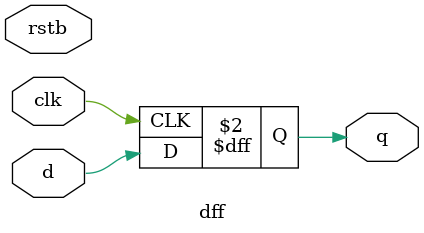
<source format=v>
module dff (input d, clk, rstb,
            output reg q);
  always @(posedge clk)
    q <= d;
endmodule // dff

</source>
